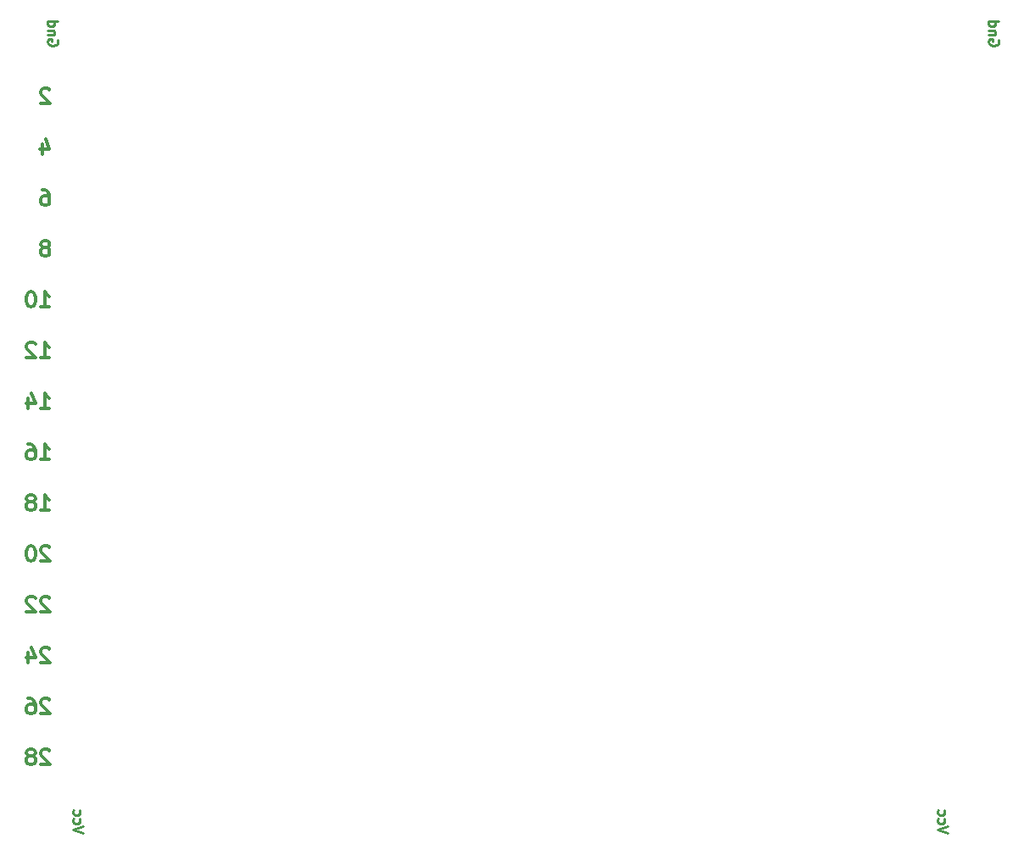
<source format=gbo>
G04 #@! TF.FileFunction,Legend,Bot*
%FSLAX46Y46*%
G04 Gerber Fmt 4.6, Leading zero omitted, Abs format (unit mm)*
G04 Created by KiCad (PCBNEW (after 2015-mar-04 BZR unknown)-product) date Mon 01 Jun 2015 23:33:07 BST*
%MOMM*%
G01*
G04 APERTURE LIST*
%ADD10C,0.150000*%
%ADD11C,0.254000*%
%ADD12C,0.300000*%
G04 APERTURE END LIST*
D10*
D11*
X93266381Y-96459523D02*
X92250381Y-96120856D01*
X93266381Y-95782190D01*
X92298762Y-95008095D02*
X92250381Y-95104857D01*
X92250381Y-95298380D01*
X92298762Y-95395142D01*
X92347143Y-95443523D01*
X92443905Y-95491904D01*
X92734190Y-95491904D01*
X92830952Y-95443523D01*
X92879333Y-95395142D01*
X92927714Y-95298380D01*
X92927714Y-95104857D01*
X92879333Y-95008095D01*
X92298762Y-94137238D02*
X92250381Y-94234000D01*
X92250381Y-94427523D01*
X92298762Y-94524285D01*
X92347143Y-94572666D01*
X92443905Y-94621047D01*
X92734190Y-94621047D01*
X92830952Y-94572666D01*
X92879333Y-94524285D01*
X92927714Y-94427523D01*
X92927714Y-94234000D01*
X92879333Y-94137238D01*
X6906381Y-96459523D02*
X5890381Y-96120856D01*
X6906381Y-95782190D01*
X5938762Y-95008095D02*
X5890381Y-95104857D01*
X5890381Y-95298380D01*
X5938762Y-95395142D01*
X5987143Y-95443523D01*
X6083905Y-95491904D01*
X6374190Y-95491904D01*
X6470952Y-95443523D01*
X6519333Y-95395142D01*
X6567714Y-95298380D01*
X6567714Y-95104857D01*
X6519333Y-95008095D01*
X5938762Y-94137238D02*
X5890381Y-94234000D01*
X5890381Y-94427523D01*
X5938762Y-94524285D01*
X5987143Y-94572666D01*
X6083905Y-94621047D01*
X6374190Y-94621047D01*
X6470952Y-94572666D01*
X6519333Y-94524285D01*
X6567714Y-94427523D01*
X6567714Y-94234000D01*
X6519333Y-94137238D01*
X98298000Y-17163143D02*
X98346381Y-17259905D01*
X98346381Y-17405048D01*
X98298000Y-17550190D01*
X98201238Y-17646952D01*
X98104476Y-17695333D01*
X97910952Y-17743714D01*
X97765810Y-17743714D01*
X97572286Y-17695333D01*
X97475524Y-17646952D01*
X97378762Y-17550190D01*
X97330381Y-17405048D01*
X97330381Y-17308286D01*
X97378762Y-17163143D01*
X97427143Y-17114762D01*
X97765810Y-17114762D01*
X97765810Y-17308286D01*
X98007714Y-16679333D02*
X97330381Y-16679333D01*
X97910952Y-16679333D02*
X97959333Y-16630952D01*
X98007714Y-16534190D01*
X98007714Y-16389048D01*
X97959333Y-16292286D01*
X97862571Y-16243905D01*
X97330381Y-16243905D01*
X97330381Y-15324667D02*
X98346381Y-15324667D01*
X97378762Y-15324667D02*
X97330381Y-15421429D01*
X97330381Y-15614952D01*
X97378762Y-15711714D01*
X97427143Y-15760095D01*
X97523905Y-15808476D01*
X97814190Y-15808476D01*
X97910952Y-15760095D01*
X97959333Y-15711714D01*
X98007714Y-15614952D01*
X98007714Y-15421429D01*
X97959333Y-15324667D01*
D12*
X3524286Y-88221429D02*
X3452857Y-88150000D01*
X3310000Y-88078571D01*
X2952857Y-88078571D01*
X2810000Y-88150000D01*
X2738571Y-88221429D01*
X2667143Y-88364286D01*
X2667143Y-88507143D01*
X2738571Y-88721429D01*
X3595714Y-89578571D01*
X2667143Y-89578571D01*
X1810000Y-88721429D02*
X1952858Y-88650000D01*
X2024286Y-88578571D01*
X2095715Y-88435714D01*
X2095715Y-88364286D01*
X2024286Y-88221429D01*
X1952858Y-88150000D01*
X1810000Y-88078571D01*
X1524286Y-88078571D01*
X1381429Y-88150000D01*
X1310000Y-88221429D01*
X1238572Y-88364286D01*
X1238572Y-88435714D01*
X1310000Y-88578571D01*
X1381429Y-88650000D01*
X1524286Y-88721429D01*
X1810000Y-88721429D01*
X1952858Y-88792857D01*
X2024286Y-88864286D01*
X2095715Y-89007143D01*
X2095715Y-89292857D01*
X2024286Y-89435714D01*
X1952858Y-89507143D01*
X1810000Y-89578571D01*
X1524286Y-89578571D01*
X1381429Y-89507143D01*
X1310000Y-89435714D01*
X1238572Y-89292857D01*
X1238572Y-89007143D01*
X1310000Y-88864286D01*
X1381429Y-88792857D01*
X1524286Y-88721429D01*
D11*
X4318000Y-17163143D02*
X4366381Y-17259905D01*
X4366381Y-17405048D01*
X4318000Y-17550190D01*
X4221238Y-17646952D01*
X4124476Y-17695333D01*
X3930952Y-17743714D01*
X3785810Y-17743714D01*
X3592286Y-17695333D01*
X3495524Y-17646952D01*
X3398762Y-17550190D01*
X3350381Y-17405048D01*
X3350381Y-17308286D01*
X3398762Y-17163143D01*
X3447143Y-17114762D01*
X3785810Y-17114762D01*
X3785810Y-17308286D01*
X4027714Y-16679333D02*
X3350381Y-16679333D01*
X3930952Y-16679333D02*
X3979333Y-16630952D01*
X4027714Y-16534190D01*
X4027714Y-16389048D01*
X3979333Y-16292286D01*
X3882571Y-16243905D01*
X3350381Y-16243905D01*
X3350381Y-15324667D02*
X4366381Y-15324667D01*
X3398762Y-15324667D02*
X3350381Y-15421429D01*
X3350381Y-15614952D01*
X3398762Y-15711714D01*
X3447143Y-15760095D01*
X3543905Y-15808476D01*
X3834190Y-15808476D01*
X3930952Y-15760095D01*
X3979333Y-15711714D01*
X4027714Y-15614952D01*
X4027714Y-15421429D01*
X3979333Y-15324667D01*
D12*
X3524286Y-22181429D02*
X3452857Y-22110000D01*
X3310000Y-22038571D01*
X2952857Y-22038571D01*
X2810000Y-22110000D01*
X2738571Y-22181429D01*
X2667143Y-22324286D01*
X2667143Y-22467143D01*
X2738571Y-22681429D01*
X3595714Y-23538571D01*
X2667143Y-23538571D01*
X2810000Y-27618571D02*
X2810000Y-28618571D01*
X3167143Y-27047143D02*
X3524286Y-28118571D01*
X2595714Y-28118571D01*
X2810000Y-32198571D02*
X3095714Y-32198571D01*
X3238571Y-32270000D01*
X3310000Y-32341429D01*
X3452857Y-32555714D01*
X3524286Y-32841429D01*
X3524286Y-33412857D01*
X3452857Y-33555714D01*
X3381429Y-33627143D01*
X3238571Y-33698571D01*
X2952857Y-33698571D01*
X2810000Y-33627143D01*
X2738571Y-33555714D01*
X2667143Y-33412857D01*
X2667143Y-33055714D01*
X2738571Y-32912857D01*
X2810000Y-32841429D01*
X2952857Y-32770000D01*
X3238571Y-32770000D01*
X3381429Y-32841429D01*
X3452857Y-32912857D01*
X3524286Y-33055714D01*
X3238571Y-37921429D02*
X3381429Y-37850000D01*
X3452857Y-37778571D01*
X3524286Y-37635714D01*
X3524286Y-37564286D01*
X3452857Y-37421429D01*
X3381429Y-37350000D01*
X3238571Y-37278571D01*
X2952857Y-37278571D01*
X2810000Y-37350000D01*
X2738571Y-37421429D01*
X2667143Y-37564286D01*
X2667143Y-37635714D01*
X2738571Y-37778571D01*
X2810000Y-37850000D01*
X2952857Y-37921429D01*
X3238571Y-37921429D01*
X3381429Y-37992857D01*
X3452857Y-38064286D01*
X3524286Y-38207143D01*
X3524286Y-38492857D01*
X3452857Y-38635714D01*
X3381429Y-38707143D01*
X3238571Y-38778571D01*
X2952857Y-38778571D01*
X2810000Y-38707143D01*
X2738571Y-38635714D01*
X2667143Y-38492857D01*
X2667143Y-38207143D01*
X2738571Y-38064286D01*
X2810000Y-37992857D01*
X2952857Y-37921429D01*
X2667143Y-43858571D02*
X3524286Y-43858571D01*
X3095714Y-43858571D02*
X3095714Y-42358571D01*
X3238571Y-42572857D01*
X3381429Y-42715714D01*
X3524286Y-42787143D01*
X1738572Y-42358571D02*
X1595715Y-42358571D01*
X1452858Y-42430000D01*
X1381429Y-42501429D01*
X1310000Y-42644286D01*
X1238572Y-42930000D01*
X1238572Y-43287143D01*
X1310000Y-43572857D01*
X1381429Y-43715714D01*
X1452858Y-43787143D01*
X1595715Y-43858571D01*
X1738572Y-43858571D01*
X1881429Y-43787143D01*
X1952858Y-43715714D01*
X2024286Y-43572857D01*
X2095715Y-43287143D01*
X2095715Y-42930000D01*
X2024286Y-42644286D01*
X1952858Y-42501429D01*
X1881429Y-42430000D01*
X1738572Y-42358571D01*
X2667143Y-48938571D02*
X3524286Y-48938571D01*
X3095714Y-48938571D02*
X3095714Y-47438571D01*
X3238571Y-47652857D01*
X3381429Y-47795714D01*
X3524286Y-47867143D01*
X2095715Y-47581429D02*
X2024286Y-47510000D01*
X1881429Y-47438571D01*
X1524286Y-47438571D01*
X1381429Y-47510000D01*
X1310000Y-47581429D01*
X1238572Y-47724286D01*
X1238572Y-47867143D01*
X1310000Y-48081429D01*
X2167143Y-48938571D01*
X1238572Y-48938571D01*
X2667143Y-54018571D02*
X3524286Y-54018571D01*
X3095714Y-54018571D02*
X3095714Y-52518571D01*
X3238571Y-52732857D01*
X3381429Y-52875714D01*
X3524286Y-52947143D01*
X1381429Y-53018571D02*
X1381429Y-54018571D01*
X1738572Y-52447143D02*
X2095715Y-53518571D01*
X1167143Y-53518571D01*
X2667143Y-59098571D02*
X3524286Y-59098571D01*
X3095714Y-59098571D02*
X3095714Y-57598571D01*
X3238571Y-57812857D01*
X3381429Y-57955714D01*
X3524286Y-58027143D01*
X1381429Y-57598571D02*
X1667143Y-57598571D01*
X1810000Y-57670000D01*
X1881429Y-57741429D01*
X2024286Y-57955714D01*
X2095715Y-58241429D01*
X2095715Y-58812857D01*
X2024286Y-58955714D01*
X1952858Y-59027143D01*
X1810000Y-59098571D01*
X1524286Y-59098571D01*
X1381429Y-59027143D01*
X1310000Y-58955714D01*
X1238572Y-58812857D01*
X1238572Y-58455714D01*
X1310000Y-58312857D01*
X1381429Y-58241429D01*
X1524286Y-58170000D01*
X1810000Y-58170000D01*
X1952858Y-58241429D01*
X2024286Y-58312857D01*
X2095715Y-58455714D01*
X2667143Y-64178571D02*
X3524286Y-64178571D01*
X3095714Y-64178571D02*
X3095714Y-62678571D01*
X3238571Y-62892857D01*
X3381429Y-63035714D01*
X3524286Y-63107143D01*
X1810000Y-63321429D02*
X1952858Y-63250000D01*
X2024286Y-63178571D01*
X2095715Y-63035714D01*
X2095715Y-62964286D01*
X2024286Y-62821429D01*
X1952858Y-62750000D01*
X1810000Y-62678571D01*
X1524286Y-62678571D01*
X1381429Y-62750000D01*
X1310000Y-62821429D01*
X1238572Y-62964286D01*
X1238572Y-63035714D01*
X1310000Y-63178571D01*
X1381429Y-63250000D01*
X1524286Y-63321429D01*
X1810000Y-63321429D01*
X1952858Y-63392857D01*
X2024286Y-63464286D01*
X2095715Y-63607143D01*
X2095715Y-63892857D01*
X2024286Y-64035714D01*
X1952858Y-64107143D01*
X1810000Y-64178571D01*
X1524286Y-64178571D01*
X1381429Y-64107143D01*
X1310000Y-64035714D01*
X1238572Y-63892857D01*
X1238572Y-63607143D01*
X1310000Y-63464286D01*
X1381429Y-63392857D01*
X1524286Y-63321429D01*
X3524286Y-67901429D02*
X3452857Y-67830000D01*
X3310000Y-67758571D01*
X2952857Y-67758571D01*
X2810000Y-67830000D01*
X2738571Y-67901429D01*
X2667143Y-68044286D01*
X2667143Y-68187143D01*
X2738571Y-68401429D01*
X3595714Y-69258571D01*
X2667143Y-69258571D01*
X1738572Y-67758571D02*
X1595715Y-67758571D01*
X1452858Y-67830000D01*
X1381429Y-67901429D01*
X1310000Y-68044286D01*
X1238572Y-68330000D01*
X1238572Y-68687143D01*
X1310000Y-68972857D01*
X1381429Y-69115714D01*
X1452858Y-69187143D01*
X1595715Y-69258571D01*
X1738572Y-69258571D01*
X1881429Y-69187143D01*
X1952858Y-69115714D01*
X2024286Y-68972857D01*
X2095715Y-68687143D01*
X2095715Y-68330000D01*
X2024286Y-68044286D01*
X1952858Y-67901429D01*
X1881429Y-67830000D01*
X1738572Y-67758571D01*
X3524286Y-72981429D02*
X3452857Y-72910000D01*
X3310000Y-72838571D01*
X2952857Y-72838571D01*
X2810000Y-72910000D01*
X2738571Y-72981429D01*
X2667143Y-73124286D01*
X2667143Y-73267143D01*
X2738571Y-73481429D01*
X3595714Y-74338571D01*
X2667143Y-74338571D01*
X2095715Y-72981429D02*
X2024286Y-72910000D01*
X1881429Y-72838571D01*
X1524286Y-72838571D01*
X1381429Y-72910000D01*
X1310000Y-72981429D01*
X1238572Y-73124286D01*
X1238572Y-73267143D01*
X1310000Y-73481429D01*
X2167143Y-74338571D01*
X1238572Y-74338571D01*
X3524286Y-78061429D02*
X3452857Y-77990000D01*
X3310000Y-77918571D01*
X2952857Y-77918571D01*
X2810000Y-77990000D01*
X2738571Y-78061429D01*
X2667143Y-78204286D01*
X2667143Y-78347143D01*
X2738571Y-78561429D01*
X3595714Y-79418571D01*
X2667143Y-79418571D01*
X1381429Y-78418571D02*
X1381429Y-79418571D01*
X1738572Y-77847143D02*
X2095715Y-78918571D01*
X1167143Y-78918571D01*
X3524286Y-83141429D02*
X3452857Y-83070000D01*
X3310000Y-82998571D01*
X2952857Y-82998571D01*
X2810000Y-83070000D01*
X2738571Y-83141429D01*
X2667143Y-83284286D01*
X2667143Y-83427143D01*
X2738571Y-83641429D01*
X3595714Y-84498571D01*
X2667143Y-84498571D01*
X1381429Y-82998571D02*
X1667143Y-82998571D01*
X1810000Y-83070000D01*
X1881429Y-83141429D01*
X2024286Y-83355714D01*
X2095715Y-83641429D01*
X2095715Y-84212857D01*
X2024286Y-84355714D01*
X1952858Y-84427143D01*
X1810000Y-84498571D01*
X1524286Y-84498571D01*
X1381429Y-84427143D01*
X1310000Y-84355714D01*
X1238572Y-84212857D01*
X1238572Y-83855714D01*
X1310000Y-83712857D01*
X1381429Y-83641429D01*
X1524286Y-83570000D01*
X1810000Y-83570000D01*
X1952858Y-83641429D01*
X2024286Y-83712857D01*
X2095715Y-83855714D01*
M02*

</source>
